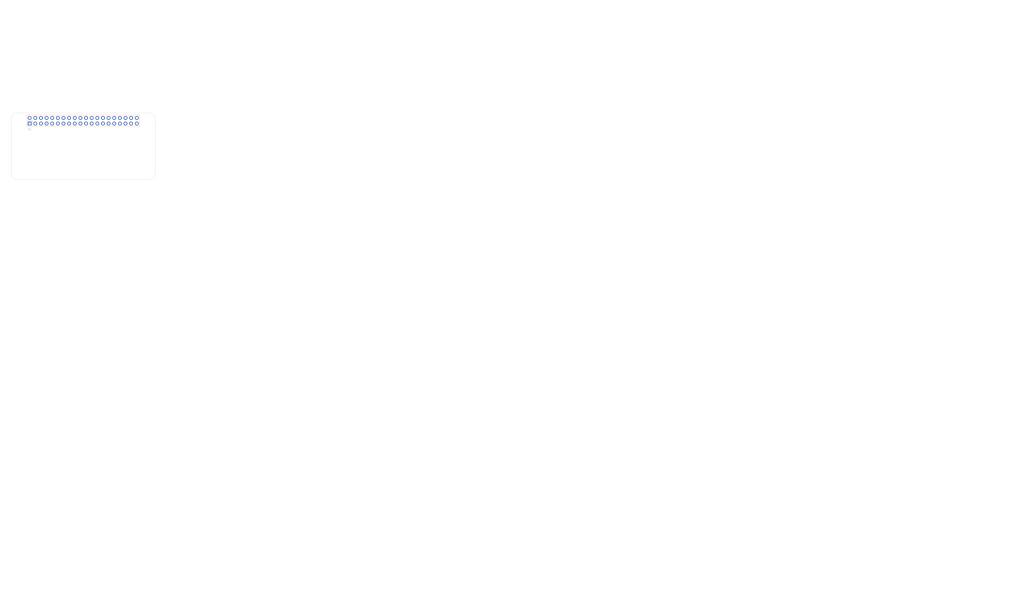
<source format=kicad_pcb>
(kicad_pcb (version 20240108) (generator "pcbnew") (generator_version "8.0")
  (title_block (title "project 1") (date "2024-12-19") (rev "rev01_1") (company "AZZR") (comment 1 "+2169318608") (comment 2 "Aziz.zouari999@gmail.com") (comment 3 "Aziz Zouari"))
  (layers (0 "F.Cu" signal) (31 "B.Cu" signal) (34 "B.Paste" user) (35 "F.Paste" user) (36 "B.SilkS" user "B.Silkscreen") (37 "F.SilkS" user "F.Silkscreen") (38 "B.Mask" user) (39 "F.Mask" user) (44 "Edge.Cuts" user))
  (net 0 "")
  (net 1 "GND")
  (net 2 "/GPIO2{slash}SDA1")
  (net 3 "/GPIO3{slash}SCL1")
  (net 4 "/GPIO4{slash}GPCLK0")
  (net 5 "/GPIO14{slash}TXD0")
  (net 6 "/GPIO15{slash}RXD0")
  (net 7 "/GPIO17")
  (net 8 "/GPIO18{slash}PCM.CLK")
  (net 9 "/GPIO27")
  (net 10 "/GPIO22")
  (net 11 "/GPIO23")
  (net 12 "/GPIO26")
  (net 13 "/GPIO24")
  (net 14 "/GPIO10{slash}SPI0.MOSI")
  (net 15 "/GPIO9{slash}SPI0.MISO")
  (net 16 "/GPIO25")
  (net 17 "/GPIO11{slash}SPI0.SCLK")
  (net 18 "/GPIO8{slash}SPI0.CE0")
  (net 19 "/GPIO7{slash}SPI0.CE1")
  (net 20 "/ID_SDA")
  (net 21 "/ID_SCL")
  (net 22 "/GPIO5")
  (net 23 "/GPIO6")
  (net 24 "/GPIO12{slash}PWM0")
  (net 25 "/GPIO13{slash}PWM1")
  (net 26 "/GPIO19{slash}PCM.FS")
  (net 27 "/GPIO16")
  (net 28 "/GPIO20{slash}PCM.DIN")
  (net 29 "/GPIO21{slash}PCM.DOUT")
  (net 30 "+5V")
  (net 31 "+3V3")
  (footprint "MountingHole:MountingHole_2.7mm_M2.5" (layer "F.Cu") (at 161.5 73.5)
    (property "Reference" "MH2" (hide yes))
    (property "Value" "MountingHole_2.7mm_M2.5" (hide yes))
    (pad "" np_thru_hole circle (at 0 0) (size 2.7 2.7) (drill 2.7) (layers "*.Cu" "*.Mask"))
  )
  (footprint "MountingHole:MountingHole_2.7mm_M2.5" (layer "F.Cu") (at 103.5 96.5)
    (property "Reference" "MH3" (hide yes))
    (property "Value" "MountingHole_2.7mm_M2.5" (hide yes))
    (pad "" np_thru_hole circle (at 0 0) (size 2.7 2.7) (drill 2.7) (layers "*.Cu" "*.Mask"))
  )
  (footprint "MountingHole:MountingHole_2.7mm_M2.5" (layer "F.Cu") (at 103.5 73.5)
    (property "Reference" "MH1" (hide yes))
    (property "Value" "MountingHole_2.7mm_M2.5" (hide yes))
    (pad "" np_thru_hole circle (at 0 0) (size 2.7 2.7) (drill 2.7) (layers "*.Cu" "*.Mask"))
  )
  (footprint "MountingHole:MountingHole_2.7mm_M2.5" (layer "F.Cu") (at 161.5 96.5)
    (property "Reference" "MH4" (hide yes))
    (property "Value" "MountingHole_2.7mm_M2.5" (hide yes))
    (pad "" np_thru_hole circle (at 0 0) (size 2.7 2.7) (drill 2.7) (layers "*.Cu" "*.Mask"))
  )
  (footprint "Connector_PinSocket_2.54mm:PinSocket_2x20_P2.54mm_Vertical" (layer "B.Cu") (at 108.37 74.77 -90)
    (property "Reference" "J1" (at 2.5 0 0) (layer "B.SilkS") (effects (justify mirror)))
    (property "Value" "GPIO")
    (fp_line (start -3.87 1.33) (end -1.27 1.33) (stroke (width 0.12)) (layer "B.SilkS"))
    (fp_line (start -3.87 1.33) (end -3.87 -49.59) (stroke (width 0.12)) (layer "B.SilkS"))
    (fp_line (start -1.27 1.33) (end -1.27 -1.27) (stroke (width 0.12)) (layer "B.SilkS"))
    (fp_line (start 0 1.33) (end 1.33 1.33) (stroke (width 0.12)) (layer "B.SilkS"))
    (fp_line (start 1.33 1.33) (end 1.33 0) (stroke (width 0.12)) (layer "B.SilkS"))
    (fp_line (start -1.27 -1.27) (end 1.33 -1.27) (stroke (width 0.12)) (layer "B.SilkS"))
    (fp_line (start 1.33 -1.27) (end 1.33 -49.59) (stroke (width 0.12)) (layer "B.SilkS"))
    (fp_line (start -3.87 -49.59) (end 1.33 -49.59) (stroke (width 0.12)) (layer "B.SilkS"))
    (pad "1" thru_hole rect (at 0 0 270) (size 1.7 1.7) (drill 1) (layers "*.Cu" "*.Mask") (net 31 "+3V3"))
    (pad "2" thru_hole oval (at -2.54 0 270) (size 1.7 1.7) (drill 1) (layers "*.Cu" "*.Mask") (net 30 "+5V"))
    (pad "3" thru_hole oval (at 0 -2.54 270) (size 1.7 1.7) (drill 1) (layers "*.Cu" "*.Mask") (net 2 "/GPIO2{slash}SDA1"))
    (pad "4" thru_hole oval (at -2.54 -2.54 270) (size 1.7 1.7) (drill 1) (layers "*.Cu" "*.Mask") (net 30 "+5V"))
    (pad "5" thru_hole oval (at 0 -5.08 270) (size 1.7 1.7) (drill 1) (layers "*.Cu" "*.Mask") (net 3 "/GPIO3{slash}SCL1"))
    (pad "6" thru_hole oval (at -2.54 -5.08 270) (size 1.7 1.7) (drill 1) (layers "*.Cu" "*.Mask") (net 1 "GND"))
    (pad "7" thru_hole oval (at 0 -7.62 270) (size 1.7 1.7) (drill 1) (layers "*.Cu" "*.Mask") (net 4 "/GPIO4{slash}GPCLK0"))
    (pad "8" thru_hole oval (at -2.54 -7.62 270) (size 1.7 1.7) (drill 1) (layers "*.Cu" "*.Mask") (net 5 "/GPIO14{slash}TXD0"))
    (pad "9" thru_hole oval (at 0 -10.16 270) (size 1.7 1.7) (drill 1) (layers "*.Cu" "*.Mask") (net 1 "GND"))
    (pad "10" thru_hole oval (at -2.54 -10.16 270) (size 1.7 1.7) (drill 1) (layers "*.Cu" "*.Mask") (net 6 "/GPIO15{slash}RXD0"))
    (pad "11" thru_hole oval (at 0 -12.7 270) (size 1.7 1.7) (drill 1) (layers "*.Cu" "*.Mask") (net 7 "/GPIO17"))
    (pad "12" thru_hole oval (at -2.54 -12.7 270) (size 1.7 1.7) (drill 1) (layers "*.Cu" "*.Mask") (net 8 "/GPIO18{slash}PCM.CLK"))
    (pad "13" thru_hole oval (at 0 -15.24 270) (size 1.7 1.7) (drill 1) (layers "*.Cu" "*.Mask") (net 9 "/GPIO27"))
    (pad "14" thru_hole oval (at -2.54 -15.24 270) (size 1.7 1.7) (drill 1) (layers "*.Cu" "*.Mask") (net 1 "GND"))
    (pad "15" thru_hole oval (at 0 -17.78 270) (size 1.7 1.7) (drill 1) (layers "*.Cu" "*.Mask") (net 10 "/GPIO22"))
    (pad "16" thru_hole oval (at -2.54 -17.78 270) (size 1.7 1.7) (drill 1) (layers "*.Cu" "*.Mask") (net 11 "/GPIO23"))
    (pad "17" thru_hole oval (at 0 -20.32 270) (size 1.7 1.7) (drill 1) (layers "*.Cu" "*.Mask") (net 31 "+3V3"))
    (pad "18" thru_hole oval (at -2.54 -20.32 270) (size 1.7 1.7) (drill 1) (layers "*.Cu" "*.Mask") (net 13 "/GPIO24"))
    (pad "19" thru_hole oval (at 0 -22.86 270) (size 1.7 1.7) (drill 1) (layers "*.Cu" "*.Mask") (net 14 "/GPIO10{slash}SPI0.MOSI"))
    (pad "20" thru_hole oval (at -2.54 -22.86 270) (size 1.7 1.7) (drill 1) (layers "*.Cu" "*.Mask") (net 1 "GND"))
    (pad "21" thru_hole oval (at 0 -25.4 270) (size 1.7 1.7) (drill 1) (layers "*.Cu" "*.Mask") (net 15 "/GPIO9{slash}SPI0.MISO"))
    (pad "22" thru_hole oval (at -2.54 -25.4 270) (size 1.7 1.7) (drill 1) (layers "*.Cu" "*.Mask") (net 16 "/GPIO25"))
    (pad "23" thru_hole oval (at 0 -27.94 270) (size 1.7 1.7) (drill 1) (layers "*.Cu" "*.Mask") (net 17 "/GPIO11{slash}SPI0.SCLK"))
    (pad "24" thru_hole oval (at -2.54 -27.94 270) (size 1.7 1.7) (drill 1) (layers "*.Cu" "*.Mask") (net 18 "/GPIO8{slash}SPI0.CE0"))
    (pad "25" thru_hole oval (at 0 -30.48 270) (size 1.7 1.7) (drill 1) (layers "*.Cu" "*.Mask") (net 1 "GND"))
    (pad "26" thru_hole oval (at -2.54 -30.48 270) (size 1.7 1.7) (drill 1) (layers "*.Cu" "*.Mask") (net 19 "/GPIO7{slash}SPI0.CE1"))
    (pad "27" thru_hole oval (at 0 -33.02 270) (size 1.7 1.7) (drill 1) (layers "*.Cu" "*.Mask") (net 20 "/ID_SDA"))
    (pad "28" thru_hole oval (at -2.54 -33.02 270) (size 1.7 1.7) (drill 1) (layers "*.Cu" "*.Mask") (net 21 "/ID_SCL"))
    (pad "29" thru_hole oval (at 0 -35.56 270) (size 1.7 1.7) (drill 1) (layers "*.Cu" "*.Mask") (net 22 "/GPIO5"))
    (pad "30" thru_hole oval (at -2.54 -35.56 270) (size 1.7 1.7) (drill 1) (layers "*.Cu" "*.Mask") (net 1 "GND"))
    (pad "31" thru_hole oval (at 0 -38.1 270) (size 1.7 1.7) (drill 1) (layers "*.Cu" "*.Mask") (net 23 "/GPIO6"))
    (pad "32" thru_hole oval (at -2.54 -38.1 270) (size 1.7 1.7) (drill 1) (layers "*.Cu" "*.Mask") (net 24 "/GPIO12{slash}PWM0"))
    (pad "33" thru_hole oval (at 0 -40.64 270) (size 1.7 1.7) (drill 1) (layers "*.Cu" "*.Mask") (net 25 "/GPIO13{slash}PWM1"))
    (pad "34" thru_hole oval (at -2.54 -40.64 270) (size 1.7 1.7) (drill 1) (layers "*.Cu" "*.Mask") (net 1 "GND"))
    (pad "35" thru_hole oval (at 0 -43.18 270) (size 1.7 1.7) (drill 1) (layers "*.Cu" "*.Mask") (net 26 "/GPIO19{slash}PCM.FS"))
    (pad "36" thru_hole oval (at -2.54 -43.18 270) (size 1.7 1.7) (drill 1) (layers "*.Cu" "*.Mask") (net 27 "/GPIO16"))
    (pad "37" thru_hole oval (at 0 -45.72 270) (size 1.7 1.7) (drill 1) (layers "*.Cu" "*.Mask") (net 12 "/GPIO26"))
    (pad "38" thru_hole oval (at -2.54 -45.72 270) (size 1.7 1.7) (drill 1) (layers "*.Cu" "*.Mask") (net 28 "/GPIO20{slash}PCM.DIN"))
    (pad "39" thru_hole oval (at 0 -48.26 270) (size 1.7 1.7) (drill 1) (layers "*.Cu" "*.Mask") (net 1 "GND"))
    (pad "40" thru_hole oval (at -2.54 -48.26 270) (size 1.7 1.7) (drill 1) (layers "*.Cu" "*.Mask") (net 29 "/GPIO21{slash}PCM.DOUT"))
  )
  (gr_arc (start 162 70) (mid 164.12132 70.87868) (end 165 73) (stroke (width 0.1)) (layer "Edge.Cuts"))
  (gr_line (start 165 97) (end 165 73) (stroke (width 0.1)) (layer "Edge.Cuts"))
  (gr_line (start 100 73) (end 100 97) (stroke (width 0.1)) (layer "Edge.Cuts"))
  (gr_arc (start 103 100) (mid 100.87868 99.12132) (end 100 97) (stroke (width 0.1)) (layer "Edge.Cuts"))
  (gr_line (start 103 100) (end 162 100) (stroke (width 0.1)) (layer "Edge.Cuts"))
  (gr_arc (start 165 97) (mid 164.12132 99.12132) (end 162 100) (stroke (width 0.1)) (layer "Edge.Cuts"))
  (gr_arc (start 100 73) (mid 100.87868 70.87868) (end 103 70) (stroke (width 0.1)) (layer "Edge.Cuts"))
  (gr_line (start 162 70) (end 103 70) (stroke (width 0.1)) (layer "Edge.Cuts"))
)
</source>
